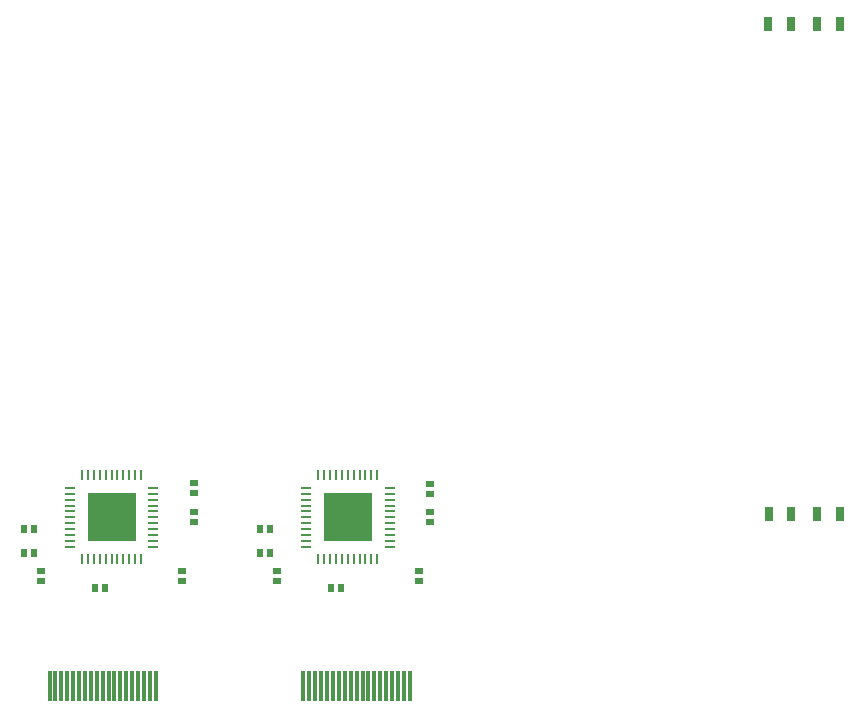
<source format=gbp>
G04*
G04 #@! TF.GenerationSoftware,Altium Limited,Altium Designer,19.1.6 (110)*
G04*
G04 Layer_Color=128*
%FSLAX43Y43*%
%MOMM*%
G71*
G01*
G75*
%ADD19R,0.700X1.300*%
%ADD21R,0.700X0.540*%
%ADD32R,0.250X0.900*%
%ADD33R,4.100X4.100*%
%ADD34R,0.900X0.250*%
%ADD35R,0.540X0.700*%
%ADD76R,0.300X2.600*%
D19*
X186400Y24750D02*
D03*
X184500D02*
D03*
X180350Y66250D02*
D03*
X182250D02*
D03*
X184500D02*
D03*
X186400D02*
D03*
X182300Y24750D02*
D03*
X180400D02*
D03*
D21*
X130750Y19930D02*
D03*
Y19070D02*
D03*
X138750Y19930D02*
D03*
Y19070D02*
D03*
X151750Y24930D02*
D03*
Y24070D02*
D03*
X131750Y24930D02*
D03*
Y24070D02*
D03*
X118750Y19930D02*
D03*
Y19070D02*
D03*
X150750Y19930D02*
D03*
Y19070D02*
D03*
X151750Y27360D02*
D03*
Y26500D02*
D03*
X131750Y27430D02*
D03*
Y26570D02*
D03*
D32*
X147250Y20950D02*
D03*
X146750D02*
D03*
X145250D02*
D03*
X144750D02*
D03*
X144250D02*
D03*
X143750D02*
D03*
X142250D02*
D03*
Y28050D02*
D03*
X142750D02*
D03*
X143250D02*
D03*
X143750D02*
D03*
X144250D02*
D03*
X144750D02*
D03*
X145250D02*
D03*
X145750D02*
D03*
X146250D02*
D03*
X146750D02*
D03*
X147250D02*
D03*
X142750Y20950D02*
D03*
X143250D02*
D03*
X145750D02*
D03*
X146250D02*
D03*
X127250D02*
D03*
X126750D02*
D03*
X126250D02*
D03*
X125750D02*
D03*
X125250D02*
D03*
X124750D02*
D03*
X124250D02*
D03*
X123750D02*
D03*
X123250D02*
D03*
X122750D02*
D03*
X122250D02*
D03*
Y28050D02*
D03*
X122750D02*
D03*
X123250D02*
D03*
X123750D02*
D03*
X124250D02*
D03*
X124750D02*
D03*
X125250D02*
D03*
X125750D02*
D03*
X126250D02*
D03*
X126750D02*
D03*
X127250D02*
D03*
D33*
X144750Y24500D02*
D03*
X124750D02*
D03*
D34*
X148300Y25000D02*
D03*
Y25500D02*
D03*
Y26000D02*
D03*
Y26500D02*
D03*
Y24500D02*
D03*
Y24000D02*
D03*
Y23500D02*
D03*
Y23000D02*
D03*
Y22500D02*
D03*
Y27000D02*
D03*
Y22000D02*
D03*
X141200D02*
D03*
Y22500D02*
D03*
Y23000D02*
D03*
Y23500D02*
D03*
Y24000D02*
D03*
Y24500D02*
D03*
Y25000D02*
D03*
Y25500D02*
D03*
Y26000D02*
D03*
Y26500D02*
D03*
Y27000D02*
D03*
X128300Y25000D02*
D03*
Y25500D02*
D03*
Y26000D02*
D03*
Y26500D02*
D03*
Y24500D02*
D03*
Y24000D02*
D03*
Y23500D02*
D03*
Y23000D02*
D03*
Y22500D02*
D03*
Y27000D02*
D03*
Y22000D02*
D03*
X121200D02*
D03*
Y22500D02*
D03*
Y23000D02*
D03*
Y23500D02*
D03*
Y24000D02*
D03*
Y24500D02*
D03*
Y25000D02*
D03*
Y25500D02*
D03*
Y26000D02*
D03*
Y26500D02*
D03*
Y27000D02*
D03*
D35*
X124180Y18500D02*
D03*
X123320D02*
D03*
X137320Y21500D02*
D03*
X138180D02*
D03*
X137320Y23500D02*
D03*
X138180D02*
D03*
X117320D02*
D03*
X118180D02*
D03*
X117320Y21500D02*
D03*
X118180D02*
D03*
X143320Y18500D02*
D03*
X144180D02*
D03*
D76*
X122000Y10260D02*
D03*
X121000D02*
D03*
X145000D02*
D03*
X144500D02*
D03*
X142500D02*
D03*
X142000D02*
D03*
X128500D02*
D03*
X128000D02*
D03*
X127500D02*
D03*
X127000D02*
D03*
X126500D02*
D03*
X126000D02*
D03*
X125500D02*
D03*
X125000D02*
D03*
X124500D02*
D03*
X124000D02*
D03*
X123500D02*
D03*
X123000D02*
D03*
X122500D02*
D03*
X121500D02*
D03*
X120500D02*
D03*
X120000D02*
D03*
X119500D02*
D03*
X150000D02*
D03*
X149500D02*
D03*
X149000D02*
D03*
X148500D02*
D03*
X148000D02*
D03*
X147500D02*
D03*
X147000D02*
D03*
X146500D02*
D03*
X146000D02*
D03*
X145500D02*
D03*
X143000D02*
D03*
X141500D02*
D03*
X141000D02*
D03*
X143500D02*
D03*
X144000D02*
D03*
M02*

</source>
